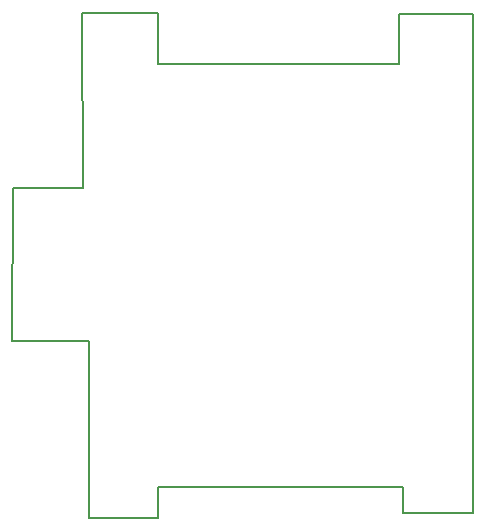
<source format=gbr>
%TF.GenerationSoftware,KiCad,Pcbnew,7.0.10*%
%TF.CreationDate,2024-12-04T12:38:22+05:30*%
%TF.ProjectId,Watch_v3,57617463-685f-4763-932e-6b696361645f,Watch_v3*%
%TF.SameCoordinates,Original*%
%TF.FileFunction,Profile,NP*%
%FSLAX46Y46*%
G04 Gerber Fmt 4.6, Leading zero omitted, Abs format (unit mm)*
G04 Created by KiCad (PCBNEW 7.0.10) date 2024-12-04 12:38:22*
%MOMM*%
%LPD*%
G01*
G04 APERTURE LIST*
%TA.AperFunction,Profile*%
%ADD10C,0.150000*%
%TD*%
G04 APERTURE END LIST*
D10*
X164212500Y-109037500D02*
X158312500Y-109062500D01*
X125250000Y-81537500D02*
X131175000Y-81537500D01*
X125225000Y-94475000D02*
X125250000Y-81537500D01*
X158312500Y-106837500D02*
X137587500Y-106862500D01*
X137587500Y-109512500D02*
X131687500Y-109512500D01*
X158312500Y-109062500D02*
X158312500Y-106837500D01*
X131700000Y-94500000D02*
X125225000Y-94475000D01*
X131175000Y-81537500D02*
X131137500Y-66737500D01*
X137537500Y-71012500D02*
X157987500Y-71012500D01*
X137587500Y-106862500D02*
X137587500Y-109512500D01*
X131137500Y-66737500D02*
X137537500Y-66737500D01*
X164187500Y-66762500D02*
X164212500Y-109037500D01*
X157987500Y-71012500D02*
X157937500Y-66762500D01*
X137537500Y-66737500D02*
X137537500Y-71012500D01*
X157937500Y-66762500D02*
X164187500Y-66762500D01*
X131687500Y-109512500D02*
X131700000Y-94500000D01*
M02*

</source>
